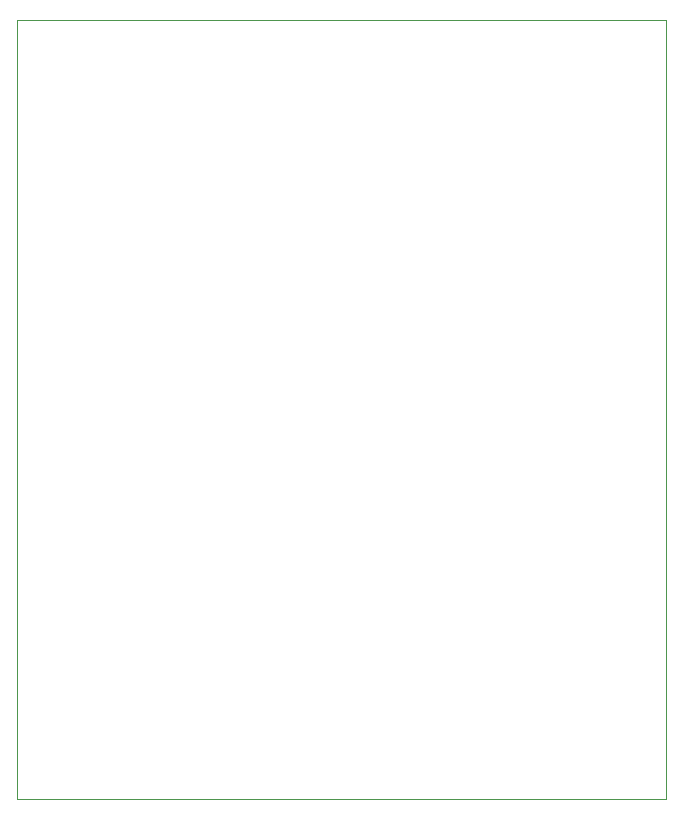
<source format=gm1>
%TF.GenerationSoftware,KiCad,Pcbnew,6.0.2-378541a8eb~116~ubuntu20.04.1*%
%TF.CreationDate,2022-03-08T12:22:38-08:00*%
%TF.ProjectId,RP2040_WEDS,52503230-3430-45f5-9745-44532e6b6963,rev?*%
%TF.SameCoordinates,Original*%
%TF.FileFunction,Profile,NP*%
%FSLAX46Y46*%
G04 Gerber Fmt 4.6, Leading zero omitted, Abs format (unit mm)*
G04 Created by KiCad (PCBNEW 6.0.2-378541a8eb~116~ubuntu20.04.1) date 2022-03-08 12:22:38*
%MOMM*%
%LPD*%
G01*
G04 APERTURE LIST*
%TA.AperFunction,Profile*%
%ADD10C,0.050000*%
%TD*%
G04 APERTURE END LIST*
D10*
X119830000Y-68055000D02*
X174830000Y-68055000D01*
X174830000Y-68055000D02*
X174830000Y-134055000D01*
X174830000Y-134055000D02*
X119830000Y-134055000D01*
X119830000Y-134055000D02*
X119830000Y-68055000D01*
M02*

</source>
